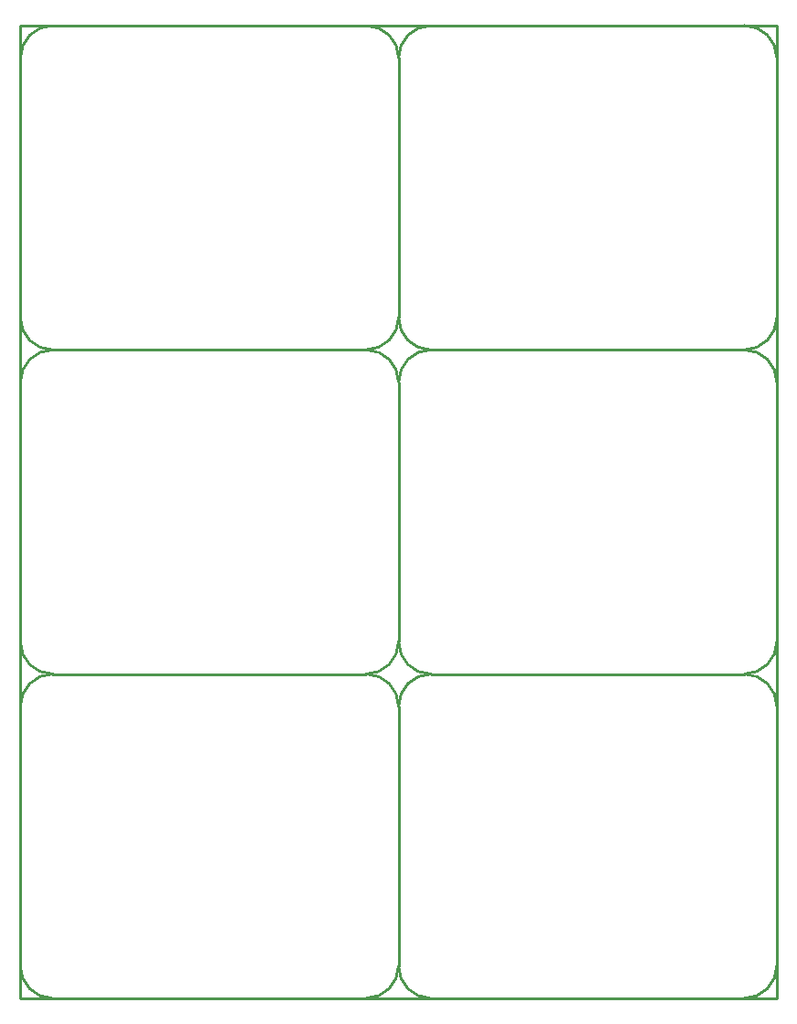
<source format=gko>
G04 Layer: BoardOutlineLayer*
G04 EasyEDA Pro v2.1.64.d1969c9c.217bcf, 2025-01-15 01:44:41*
G04 Gerber Generator version 0.3*
G04 Scale: 100 percent, Rotated: No, Reflected: No*
G04 Dimensions in millimeters*
G04 Leading zeros omitted, absolute positions, 3 integers and 5 decimals*
G04 Panelize: V-CUT, Column: 2, Row: 3, Board Size: 35.001mm x 30mm, Panelized Board Size: 69.997mm x 89.992mm, Panelized Method: All Objects*
%FSLAX35Y35*%
%MOMM*%
%ADD10C,0.254*%
%ADD11C,0.24*%
G75*


G04 Panelize Start*
G54D10*
G01X3499873Y-2999873D02*
G01X127Y-2999873D01*
G01X3499873Y5999365D02*
G01X127Y5999365D01*
G01X3499873Y-2999873D02*
G01X6999619Y-2999873D01*
G01X3499873Y5999365D02*
G01X6999619Y5999365D01*
G01X127Y-2999873D02*
G01X127Y1499746D01*
G01X127Y5999365D02*
G01X127Y1499746D01*
G01X6999619Y-2999873D02*
G01X6999619Y1499746D01*
G01X6999619Y5999365D02*
G01X6999619Y1499746D01*
G04 Panelize End*

%SRX2Y3I34.99746J29.99746*%

G04 PolygonModel Start*
G54D11*
G01X0Y-300000D02*
G01X0Y-2702603D01*
G03X297397Y-3000000I297397J0D01*
G01X3198938D01*
G03X3500000Y-2698938I0J301062D01*
G01Y-300000D01*
G03X3200000Y0I-300000J0D01*
G01X300000D01*
G03X0Y-300000I0J-300000D01*
G04 PolygonModel End*
%SR*%

M02*

</source>
